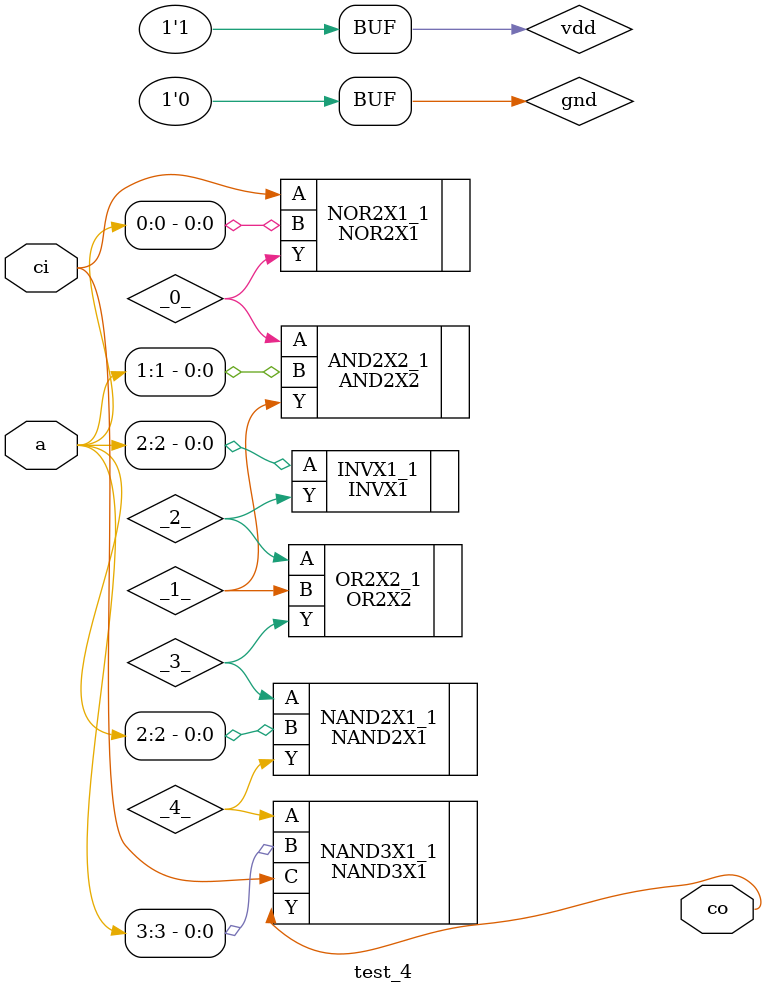
<source format=v>
module test_4 (a, ci, co);

input ci;
output co;
input [3:0] a;

wire vdd = 1'b1;
wire gnd = 1'b0;

NOR2X1 NOR2X1_1 ( .A(ci), .B(a[0]), .Y(_0_) );
AND2X2 AND2X2_1 ( .A(_0_), .B(a[1]), .Y(_1_) );
INVX1 INVX1_1 ( .A(a[2]), .Y(_2_) );
OR2X2 OR2X2_1 ( .A(_2_), .B(_1_), .Y(_3_) );
NAND2X1 NAND2X1_1 ( .A(_3_), .B(a[2]), .Y(_4_) );
NAND3X1 NAND3X1_1 ( .A(_4_), .B(a[3]), .C(ci), .Y(co) );
endmodule


</source>
